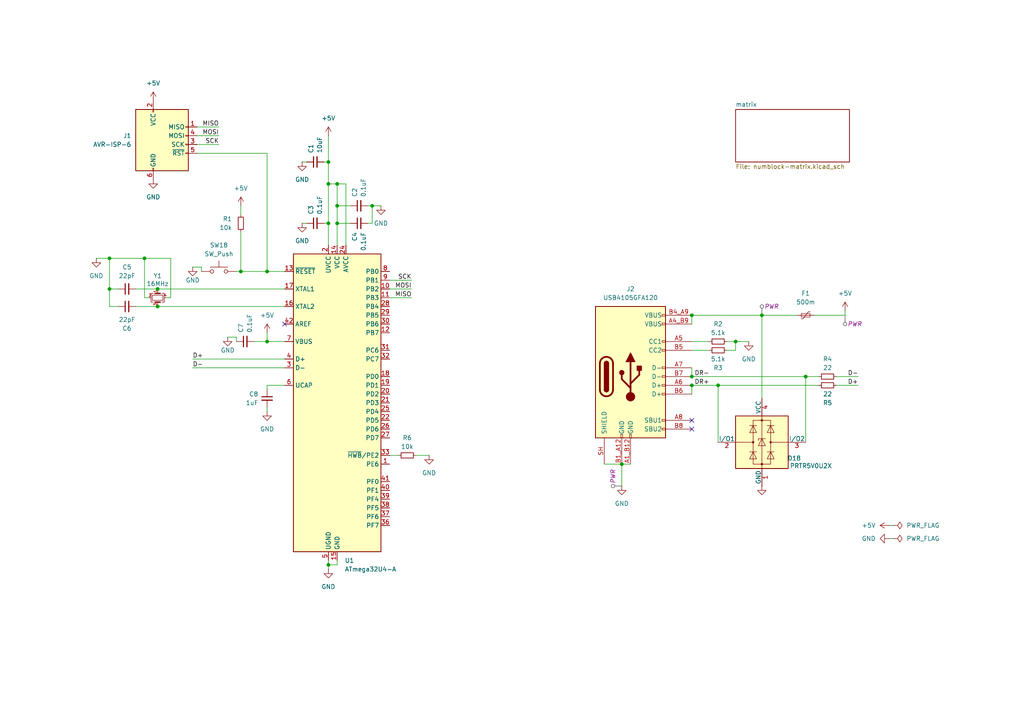
<source format=kicad_sch>
(kicad_sch (version 20231120) (generator "eeschema") (generator_version "8.0")
  (paper "A4")
  (lib_symbols
    (symbol "Connector:AVR-ISP-6" (pin_names (offset 1.016))
      (property "Reference" "J" (at -6.35 11.43 0))
      (property "Value" "AVR-ISP-6" (at 0 11.43 0))
      (symbol "AVR-ISP-6_0_1"
        (rectangle (start -2.667 -6.858) (end -2.413 -7.62))
        (rectangle (start -2.667 10.16) (end -2.413 9.398))
        (rectangle (start 7.62 -2.413) (end 6.858 -2.667))
        (rectangle (start 7.62 0.127) (end 6.858 -0.127))
        (rectangle (start 7.62 2.667) (end 6.858 2.413))
        (rectangle (start 7.62 5.207) (end 6.858 4.953))
        (rectangle (start 7.62 10.16) (end -7.62 -7.62) (stroke (width 0.254)) (fill (type background)))
      )
      (symbol "AVR-ISP-6_1_1"
        (pin passive line (at 10.16 5.08 180) (length 2.54) (name "MISO") (number "1"))
        (pin passive line (at -2.54 12.7 270) (length 2.54) (name "VCC") (number "2"))
        (pin passive line (at 10.16 0 180) (length 2.54) (name "SCK") (number "3"))
        (pin passive line (at 10.16 2.54 180) (length 2.54) (name "MOSI") (number "4"))
        (pin passive line (at 10.16 -2.54 180) (length 2.54) (name "~{RST}") (number "5"))
        (pin passive line (at -2.54 -10.16 90) (length 2.54) (name "GND") (number "6"))
      )
    )
    (symbol "Device:C_Small" (pin_numbers hide) (pin_names (offset 0.254) hide)
      (property "Reference" "C" (at 0.254 1.778 0))
      (property "Value" "C_Small" (at 0.254 -2.032 0))
      (symbol "C_Small_0_1"
        (polyline (pts (xy -1.524 -0.508) (xy 1.524 -0.508)) (stroke (width 0.3302)))
        (polyline (pts (xy -1.524 0.508) (xy 1.524 0.508)) (stroke (width 0.3048)))
      )
      (symbol "C_Small_1_1"
        (pin passive line (at 0 2.54 270) (length 2.032) (name "~") (number "1"))
        (pin passive line (at 0 -2.54 90) (length 2.032) (name "~") (number "2"))
      )
    )
    (symbol "Device:Crystal_GND24_Small" (pin_names (offset 1.016) hide)
      (property "Reference" "Y" (at 1.27 4.445 0))
      (property "Value" "Crystal_GND24_Small" (at 1.27 2.54 0))
      (symbol "Crystal_GND24_Small_0_1"
        (rectangle (start -0.762 -1.524) (end 0.762 1.524))
        (polyline (pts (xy -1.27 -0.762) (xy -1.27 0.762)) (stroke (width 0.381)))
        (polyline (pts (xy 1.27 -0.762) (xy 1.27 0.762)) (stroke (width 0.381)))
        (polyline (pts (xy -1.27 -1.27) (xy -1.27 -1.905) (xy 1.27 -1.905) (xy 1.27 -1.27)))
        (polyline (pts (xy -1.27 1.27) (xy -1.27 1.905) (xy 1.27 1.905) (xy 1.27 1.27)))
      )
      (symbol "Crystal_GND24_Small_1_1"
        (pin passive line (at -2.54 0 0) (length 1.27) (name "1") (number "1"))
        (pin passive line (at 0 -2.54 90) (length 0.635) (name "2") (number "2"))
        (pin passive line (at 2.54 0 180) (length 1.27) (name "3") (number "3"))
        (pin passive line (at 0 2.54 270) (length 0.635) (name "4") (number "4"))
      )
    )
    (symbol "Device:Polyfuse_Small" (pin_numbers hide) (pin_names (offset 0))
      (property "Reference" "F" (at -1.905 0 90))
      (property "Value" "Polyfuse_Small" (at 1.905 0 90))
      (symbol "Polyfuse_Small_0_1"
        (rectangle (start -0.508 1.27) (end 0.508 -1.27))
        (polyline (pts (xy 0 2.54) (xy 0 -2.54)))
        (polyline (pts (xy -1.016 1.27) (xy -1.016 0.762) (xy 1.016 -0.762) (xy 1.016 -1.27)))
      )
      (symbol "Polyfuse_Small_1_1"
        (pin passive line (at 0 2.54 270) (length 0.635) (name "~") (number "1"))
        (pin passive line (at 0 -2.54 90) (length 0.635) (name "~") (number "2"))
      )
    )
    (symbol "Device:R_Small" (pin_numbers hide) (pin_names (offset 0.254) hide)
      (property "Reference" "R" (at 0.762 0.508 0))
      (property "Value" "R_Small" (at 0.762 -1.016 0))
      (symbol "R_Small_0_1"
        (rectangle (start -0.762 1.778) (end 0.762 -1.778) (stroke (width 0.2032)))
      )
      (symbol "R_Small_1_1"
        (pin passive line (at 0 2.54 270) (length 0.762) (name "~") (number "1"))
        (pin passive line (at 0 -2.54 90) (length 0.762) (name "~") (number "2"))
      )
    )
    (symbol "MCU_Microchip_ATmega:ATmega32U4-A"
      (property "Reference" "U" (at -12.7 44.45 0))
      (property "Value" "ATmega32U4-A" (at 2.54 -44.45 0))
      (symbol "ATmega32U4-A_0_1"
        (rectangle (start -12.7 -43.18) (end 12.7 43.18) (stroke (width 0.254)) (fill (type background)))
      )
      (symbol "ATmega32U4-A_1_1"
        (pin bidirectional line (at 15.24 -17.78 180) (length 2.54) (name "PE6") (number "1"))
        (pin bidirectional line (at 15.24 33.02 180) (length 2.54) (name "PB2") (number "10"))
        (pin bidirectional line (at 15.24 30.48 180) (length 2.54) (name "PB3") (number "11"))
        (pin bidirectional line (at 15.24 20.32 180) (length 2.54) (name "PB7") (number "12"))
        (pin input line (at -15.24 38.1 0) (length 2.54) (name "~{RESET}") (number "13"))
        (pin power_in line (at 0 45.72 270) (length 2.54) (name "VCC") (number "14"))
        (pin power_in line (at 0 -45.72 90) (length 2.54) (name "GND") (number "15"))
        (pin output line (at -15.24 27.94 0) (length 2.54) (name "XTAL2") (number "16"))
        (pin input line (at -15.24 33.02 0) (length 2.54) (name "XTAL1") (number "17"))
        (pin bidirectional line (at 15.24 7.62 180) (length 2.54) (name "PD0") (number "18"))
        (pin bidirectional line (at 15.24 5.08 180) (length 2.54) (name "PD1") (number "19"))
        (pin power_in line (at -2.54 45.72 270) (length 2.54) (name "UVCC") (number "2"))
        (pin bidirectional line (at 15.24 2.54 180) (length 2.54) (name "PD2") (number "20"))
        (pin bidirectional line (at 15.24 0 180) (length 2.54) (name "PD3") (number "21"))
        (pin bidirectional line (at 15.24 -5.08 180) (length 2.54) (name "PD5") (number "22"))
        (pin passive line (at 0 -45.72 90) (length 2.54) hide (name "GND") (number "23"))
        (pin power_in line (at 2.54 45.72 270) (length 2.54) (name "AVCC") (number "24"))
        (pin bidirectional line (at 15.24 -2.54 180) (length 2.54) (name "PD4") (number "25"))
        (pin bidirectional line (at 15.24 -7.62 180) (length 2.54) (name "PD6") (number "26"))
        (pin bidirectional line (at 15.24 -10.16 180) (length 2.54) (name "PD7") (number "27"))
        (pin bidirectional line (at 15.24 27.94 180) (length 2.54) (name "PB4") (number "28"))
        (pin bidirectional line (at 15.24 25.4 180) (length 2.54) (name "PB5") (number "29"))
        (pin bidirectional line (at -15.24 10.16 0) (length 2.54) (name "D-") (number "3"))
        (pin bidirectional line (at 15.24 22.86 180) (length 2.54) (name "PB6") (number "30"))
        (pin bidirectional line (at 15.24 15.24 180) (length 2.54) (name "PC6") (number "31"))
        (pin bidirectional line (at 15.24 12.7 180) (length 2.54) (name "PC7") (number "32"))
        (pin bidirectional line (at 15.24 -15.24 180) (length 2.54) (name "~{HWB}/PE2") (number "33"))
        (pin passive line (at 0 45.72 270) (length 2.54) hide (name "VCC") (number "34"))
        (pin passive line (at 0 -45.72 90) (length 2.54) hide (name "GND") (number "35"))
        (pin bidirectional line (at 15.24 -35.56 180) (length 2.54) (name "PF7") (number "36"))
        (pin bidirectional line (at 15.24 -33.02 180) (length 2.54) (name "PF6") (number "37"))
        (pin bidirectional line (at 15.24 -30.48 180) (length 2.54) (name "PF5") (number "38"))
        (pin bidirectional line (at 15.24 -27.94 180) (length 2.54) (name "PF4") (number "39"))
        (pin bidirectional line (at -15.24 12.7 0) (length 2.54) (name "D+") (number "4"))
        (pin bidirectional line (at 15.24 -25.4 180) (length 2.54) (name "PF1") (number "40"))
        (pin bidirectional line (at 15.24 -22.86 180) (length 2.54) (name "PF0") (number "41"))
        (pin passive line (at -15.24 22.86 0) (length 2.54) (name "AREF") (number "42"))
        (pin passive line (at 0 -45.72 90) (length 2.54) hide (name "GND") (number "43"))
        (pin passive line (at 2.54 45.72 270) (length 2.54) hide (name "AVCC") (number "44"))
        (pin passive line (at -2.54 -45.72 90) (length 2.54) (name "UGND") (number "5"))
        (pin passive line (at -15.24 5.08 0) (length 2.54) (name "UCAP") (number "6"))
        (pin input line (at -15.24 17.78 0) (length 2.54) (name "VBUS") (number "7"))
        (pin bidirectional line (at 15.24 38.1 180) (length 2.54) (name "PB0") (number "8"))
        (pin bidirectional line (at 15.24 35.56 180) (length 2.54) (name "PB1") (number "9"))
      )
    )
    (symbol "Power_Protection:PRTR5V0U2X" (pin_names (offset 0))
      (property "Reference" "D" (at 2.794 8.636 0))
      (property "Value" "PRTR5V0U2X" (at 8.128 -9.398 0))
      (symbol "PRTR5V0U2X_0_1"
        (rectangle (start -7.62 -7.62) (end 7.62 7.62) (stroke (width 0.254)) (fill (type background)))
        (circle (center -2.54 0) (radius 0.254) (fill (type outline)))
        (rectangle (start -2.54 6.35) (end 2.54 -6.35))
        (circle (center 0 -6.35) (radius 0.254) (fill (type outline)))
        (polyline (pts (xy -2.54 0) (xy -7.62 0)))
        (polyline (pts (xy -1.524 -2.794) (xy -3.556 -2.794)))
        (polyline (pts (xy -1.524 4.826) (xy -3.556 4.826)))
        (polyline (pts (xy 0 -7.62) (xy 0 7.62)))
        (polyline (pts (xy 1.524 -2.794) (xy 3.556 -2.794)))
        (polyline (pts (xy 1.524 4.826) (xy 3.556 4.826)))
        (polyline (pts (xy 2.54 0) (xy 7.62 0)))
        (polyline (pts (xy 1.016 1.016) (xy -1.016 1.016) (xy -1.016 0.508)))
        (polyline (pts (xy -3.556 -4.826) (xy -1.524 -4.826) (xy -2.54 -2.794) (xy -3.556 -4.826)))
        (polyline (pts (xy -3.556 2.794) (xy -1.524 2.794) (xy -2.54 4.826) (xy -3.556 2.794)))
        (polyline (pts (xy -1.016 -1.016) (xy 1.016 -1.016) (xy 0 1.016) (xy -1.016 -1.016)))
        (polyline (pts (xy 3.556 -4.826) (xy 1.524 -4.826) (xy 2.54 -2.794) (xy 3.556 -4.826)))
        (polyline (pts (xy 3.556 2.794) (xy 1.524 2.794) (xy 2.54 4.826) (xy 3.556 2.794)))
        (circle (center 0 6.35) (radius 0.254) (fill (type outline)))
        (circle (center 2.54 0) (radius 0.254) (fill (type outline)))
      )
      (symbol "PRTR5V0U2X_1_1"
        (pin passive line (at 0 -12.7 90) (length 5.08) (name "GND") (number "1"))
        (pin passive line (at -12.7 0 0) (length 5.08) (name "I/O1") (number "2"))
        (pin passive line (at 12.7 0 180) (length 5.08) (name "I/O2") (number "3"))
        (pin passive line (at 0 12.7 270) (length 5.08) (name "VCC") (number "4"))
      )
    )
    (symbol "Switch:SW_Push" (pin_numbers hide) (pin_names (offset 1.016) hide)
      (property "Reference" "SW" (at 1.27 2.54 0))
      (property "Value" "SW_Push" (at 0 -1.524 0))
      (symbol "SW_Push_0_1"
        (circle (center -2.032 0) (radius 0.508))
        (polyline (pts (xy 0 1.27) (xy 0 3.048)))
        (polyline (pts (xy 2.54 1.27) (xy -2.54 1.27)))
        (circle (center 2.032 0) (radius 0.508))
        (pin passive line (at -5.08 0 0) (length 2.54) (name "1") (number "1"))
        (pin passive line (at 5.08 0 180) (length 2.54) (name "2") (number "2"))
      )
    )
    (symbol "kbd_custom:USB_C_Receptacle_USB2.0_16P" (pin_names (offset 1.016))
      (property "Reference" "J" (at 0 24.638 0))
      (property "Value" "USB4105GFA120" (at 0 22.098 0))
      (symbol "USB_C_Receptacle_USB2.0_16P_0_0"
        (rectangle (start -2.286 -17.78) (end -2.794 -16.764))
        (rectangle (start 0.254 -17.78) (end -0.254 -16.764))
        (rectangle (start 10.16 -14.986) (end 9.144 -15.494))
        (rectangle (start 10.16 -12.446) (end 9.144 -12.954))
        (rectangle (start 10.16 -4.826) (end 9.144 -5.334))
        (rectangle (start 10.16 -2.286) (end 9.144 -2.794))
        (rectangle (start 10.16 0.254) (end 9.144 -0.254))
        (rectangle (start 10.16 2.794) (end 9.144 2.286))
        (rectangle (start 10.16 7.874) (end 9.144 7.366))
        (rectangle (start 10.16 10.414) (end 9.144 9.906))
        (rectangle (start 10.16 15.494) (end 9.144 14.986))
        (rectangle (start 10.16 18.034) (end 9.144 17.526))
      )
      (symbol "USB_C_Receptacle_USB2.0_16P_0_1"
        (rectangle (start -10.16 20.32) (end 10.16 -17.78) (stroke (width 0.254)) (fill (type background)))
        (arc (start -8.89 -3.81) (mid -6.985 -5.7067) (end -5.08 -3.81) (stroke (width 0.508)))
        (arc (start -7.62 -3.81) (mid -6.985 -4.4423) (end -6.35 -3.81) (stroke (width 0.254)))
        (arc (start -7.62 -3.81) (mid -6.985 -4.4423) (end -6.35 -3.81) (stroke (width 0.254)) (fill (type outline)))
        (rectangle (start -7.62 -3.81) (end -6.35 3.81) (stroke (width 0.254)) (fill (type outline)))
        (arc (start -6.35 3.81) (mid -6.985 4.4423) (end -7.62 3.81) (stroke (width 0.254)))
        (arc (start -6.35 3.81) (mid -6.985 4.4423) (end -7.62 3.81) (stroke (width 0.254)) (fill (type outline)))
        (arc (start -5.08 3.81) (mid -6.985 5.7067) (end -8.89 3.81) (stroke (width 0.508)))
        (circle (center -2.54 1.143) (radius 0.635) (stroke (width 0.254)) (fill (type outline)))
        (circle (center 0 -5.842) (radius 1.27) (fill (type outline)))
        (polyline (pts (xy -8.89 -3.81) (xy -8.89 3.81)) (stroke (width 0.508)))
        (polyline (pts (xy -5.08 3.81) (xy -5.08 -3.81)) (stroke (width 0.508)))
        (polyline (pts (xy 0 -5.842) (xy 0 4.318)) (stroke (width 0.508)))
        (polyline (pts (xy 0 -3.302) (xy -2.54 -0.762) (xy -2.54 0.508)) (stroke (width 0.508)))
        (polyline (pts (xy 0 -2.032) (xy 2.54 0.508) (xy 2.54 1.778)) (stroke (width 0.508)))
        (polyline (pts (xy -1.27 4.318) (xy 0 6.858) (xy 1.27 4.318) (xy -1.27 4.318)) (stroke (width 0.254)) (fill (type outline)))
        (rectangle (start 1.905 1.778) (end 3.175 3.048) (stroke (width 0.254)) (fill (type outline)))
      )
      (symbol "USB_C_Receptacle_USB2.0_16P_1_1"
        (pin passive line (at 0 -25.4 90) (length 7.62) (name "GND") (number "A1_B12"))
        (pin passive line (at 17.78 15.24 180) (length 7.62) (name "VBUS") (number "A4_B9"))
        (pin bidirectional line (at 17.78 10.16 180) (length 7.62) (name "CC1") (number "A5"))
        (pin bidirectional line (at 17.78 -2.54 180) (length 7.62) (name "D+") (number "A6"))
        (pin bidirectional line (at 17.78 2.54 180) (length 7.62) (name "D-") (number "A7"))
        (pin bidirectional line (at 17.78 -12.7 180) (length 7.62) (name "SBU1") (number "A8"))
        (pin passive line (at -2.54 -25.4 90) (length 7.62) (name "GND") (number "B1_A12"))
        (pin passive line (at 17.78 17.78 180) (length 7.62) (name "VBUS") (number "B4_A9"))
        (pin bidirectional line (at 17.78 7.62 180) (length 7.62) (name "CC2") (number "B5"))
        (pin bidirectional line (at 17.78 -5.08 180) (length 7.62) (name "D+") (number "B6"))
        (pin bidirectional line (at 17.78 0 180) (length 7.62) (name "D-") (number "B7"))
        (pin bidirectional line (at 17.78 -15.24 180) (length 7.62) (name "SBU2") (number "B8"))
        (pin passive line (at -7.62 -25.4 90) (length 7.62) (name "SHIELD") (number "SH"))
      )
    )
    (symbol "power:+5V" (power) (pin_numbers hide) (pin_names (offset 0) hide)
      (property "Value" "+5V" (at 0 3.556 0))
      (symbol "+5V_0_1"
        (polyline (pts (xy -0.762 1.27) (xy 0 2.54)))
        (polyline (pts (xy 0 0) (xy 0 2.54)))
        (polyline (pts (xy 0 2.54) (xy 0.762 1.27)))
      )
      (symbol "+5V_1_1"
        (pin power_in line (at 0 0 90) (length 0) (name "~") (number "1"))
      )
    )
    (symbol "power:GND" (power) (pin_numbers hide) (pin_names (offset 0) hide)
      (property "Value" "GND" (at 0 -3.81 0))
      (symbol "GND_0_1"
        (polyline (pts (xy 0 0) (xy 0 -1.27) (xy 1.27 -1.27) (xy 0 -2.54) (xy -1.27 -1.27) (xy 0 -1.27)))
      )
      (symbol "GND_1_1"
        (pin power_in line (at 0 0 270) (length 0) (name "~") (number "1"))
      )
    )
    (symbol "power:PWR_FLAG" (power) (pin_numbers hide) (pin_names (offset 0) hide)
      (property "Value" "PWR_FLAG" (at 0 3.81 0))
      (symbol "PWR_FLAG_0_0"
        (pin power_out line (at 0 0 90) (length 0) (name "~") (number "1"))
      )
      (symbol "PWR_FLAG_0_1"
        (polyline (pts (xy 0 0) (xy 0 1.27) (xy -1.016 1.905) (xy 0 2.54) (xy 1.016 1.905) (xy 0 1.27)))
      )
    )
  )
  (junction (at 95.25 163.83))
  (junction (at 45.72 83.82))
  (junction (at 77.47 78.74))
  (junction (at 97.79 59.69))
  (junction (at 95.25 46.99))
  (junction (at 180.34 134.62))
  (junction (at 95.25 53.34))
  (junction (at 200.66 109.22))
  (junction (at 220.98 91.44))
  (junction (at 107.95 59.69))
  (junction (at 233.68 109.22))
  (junction (at 95.25 64.77))
  (junction (at 45.72 88.9))
  (junction (at 69.85 78.74))
  (junction (at 200.66 91.44))
  (junction (at 97.79 64.77))
  (junction (at 31.75 74.93))
  (junction (at 200.66 111.76))
  (junction (at 41.91 74.93))
  (junction (at 213.36 99.06))
  (junction (at 97.79 53.34))
  (junction (at 208.28 111.76))
  (junction (at 77.47 99.06))
  (junction (at 31.75 83.82))
  (no_connect (at 82.55 93.98))
  (no_connect (at 200.66 124.46))
  (no_connect (at 200.66 121.92))
  (wire (pts (xy 95.25 39.37) (xy 95.25 46.99)))
  (wire (pts (xy 57.15 44.45) (xy 77.47 44.45)))
  (wire (pts (xy 97.79 59.69) (xy 97.79 64.77)))
  (wire (pts (xy 69.85 67.31) (xy 69.85 78.74)))
  (wire (pts (xy 97.79 64.77) (xy 101.6 64.77)))
  (wire (pts (xy 210.82 99.06) (xy 213.36 99.06)))
  (wire (pts (xy 55.88 106.68) (xy 82.55 106.68)))
  (wire (pts (xy 31.75 88.9) (xy 31.75 83.82)))
  (wire (pts (xy 95.25 64.77) (xy 95.25 71.12)))
  (wire (pts (xy 236.22 91.44) (xy 245.11 91.44)))
  (wire (pts (xy 208.28 111.76) (xy 208.28 128.27)))
  (wire (pts (xy 257.81 152.4) (xy 259.08 152.4)))
  (wire (pts (xy 233.68 109.22) (xy 237.49 109.22)))
  (wire (pts (xy 97.79 64.77) (xy 97.79 71.12)))
  (wire (pts (xy 200.66 111.76) (xy 200.66 114.3)))
  (wire (pts (xy 95.25 46.99) (xy 95.25 53.34)))
  (wire (pts (xy 82.55 111.76) (xy 77.47 111.76)))
  (wire (pts (xy 200.66 101.6) (xy 205.74 101.6)))
  (wire (pts (xy 200.66 91.44) (xy 200.66 93.98)))
  (wire (pts (xy 175.26 134.62) (xy 180.34 134.62)))
  (wire (pts (xy 95.25 53.34) (xy 95.25 64.77)))
  (wire (pts (xy 97.79 59.69) (xy 101.6 59.69)))
  (wire (pts (xy 97.79 163.83) (xy 95.25 163.83)))
  (wire (pts (xy 107.95 59.69) (xy 107.95 64.77)))
  (wire (pts (xy 77.47 111.76) (xy 77.47 113.03)))
  (wire (pts (xy 77.47 96.52) (xy 77.47 99.06)))
  (wire (pts (xy 180.34 134.62) (xy 182.88 134.62)))
  (wire (pts (xy 39.37 83.82) (xy 45.72 83.82)))
  (wire (pts (xy 100.33 71.12) (xy 100.33 53.34)))
  (wire (pts (xy 77.47 78.74) (xy 82.55 78.74)))
  (wire (pts (xy 107.95 59.69) (xy 110.49 59.69)))
  (wire (pts (xy 45.72 88.9) (xy 82.55 88.9)))
  (wire (pts (xy 93.98 64.77) (xy 95.25 64.77)))
  (wire (pts (xy 55.88 104.14) (xy 82.55 104.14)))
  (wire (pts (xy 200.66 99.06) (xy 205.74 99.06)))
  (wire (pts (xy 213.36 99.06) (xy 213.36 101.6)))
  (wire (pts (xy 97.79 53.34) (xy 97.79 59.69)))
  (wire (pts (xy 66.04 97.79) (xy 68.58 97.79)))
  (wire (pts (xy 200.66 111.76) (xy 208.28 111.76)))
  (wire (pts (xy 77.47 118.11) (xy 77.47 119.38)))
  (wire (pts (xy 200.66 91.44) (xy 220.98 91.44)))
  (wire (pts (xy 95.25 163.83) (xy 95.25 162.56)))
  (wire (pts (xy 49.53 86.36) (xy 48.26 86.36)))
  (wire (pts (xy 34.29 88.9) (xy 31.75 88.9)))
  (wire (pts (xy 120.65 132.08) (xy 124.46 132.08)))
  (wire (pts (xy 73.66 99.06) (xy 77.47 99.06)))
  (wire (pts (xy 180.34 134.62) (xy 180.34 140.97)))
  (wire (pts (xy 69.85 78.74) (xy 68.58 78.74)))
  (wire (pts (xy 43.18 86.36) (xy 41.91 86.36)))
  (wire (pts (xy 95.25 163.83) (xy 95.25 165.1)))
  (wire (pts (xy 63.5 36.83) (xy 57.15 36.83)))
  (wire (pts (xy 69.85 78.74) (xy 77.47 78.74)))
  (wire (pts (xy 245.11 91.44) (xy 245.11 90.17)))
  (wire (pts (xy 49.53 86.36) (xy 49.53 74.93)))
  (wire (pts (xy 97.79 53.34) (xy 95.25 53.34)))
  (wire (pts (xy 41.91 74.93) (xy 49.53 74.93)))
  (wire (pts (xy 63.5 41.91) (xy 57.15 41.91)))
  (wire (pts (xy 119.38 86.36) (xy 113.03 86.36)))
  (wire (pts (xy 63.5 39.37) (xy 57.15 39.37)))
  (wire (pts (xy 31.75 83.82) (xy 31.75 74.93)))
  (wire (pts (xy 220.98 91.44) (xy 231.14 91.44)))
  (wire (pts (xy 69.85 59.69) (xy 69.85 62.23)))
  (wire (pts (xy 106.68 59.69) (xy 107.95 59.69)))
  (wire (pts (xy 200.66 106.68) (xy 200.66 109.22)))
  (wire (pts (xy 220.98 91.44) (xy 220.98 115.57)))
  (wire (pts (xy 119.38 81.28) (xy 113.03 81.28)))
  (wire (pts (xy 100.33 53.34) (xy 97.79 53.34)))
  (wire (pts (xy 213.36 101.6) (xy 210.82 101.6)))
  (wire (pts (xy 242.57 109.22) (xy 248.92 109.22)))
  (wire (pts (xy 257.81 156.21) (xy 259.08 156.21)))
  (wire (pts (xy 34.29 83.82) (xy 31.75 83.82)))
  (wire (pts (xy 233.68 109.22) (xy 233.68 128.27)))
  (wire (pts (xy 106.68 64.77) (xy 107.95 64.77)))
  (wire (pts (xy 93.98 46.99) (xy 95.25 46.99)))
  (wire (pts (xy 213.36 99.06) (xy 217.17 99.06)))
  (wire (pts (xy 31.75 74.93) (xy 41.91 74.93)))
  (wire (pts (xy 87.63 64.77) (xy 88.9 64.77)))
  (wire (pts (xy 77.47 44.45) (xy 77.47 78.74)))
  (wire (pts (xy 242.57 111.76) (xy 248.92 111.76)))
  (wire (pts (xy 119.38 83.82) (xy 113.03 83.82)))
  (wire (pts (xy 200.66 109.22) (xy 233.68 109.22)))
  (wire (pts (xy 45.72 83.82) (xy 82.55 83.82)))
  (wire (pts (xy 55.88 77.47) (xy 58.42 77.47)))
  (wire (pts (xy 68.58 97.79) (xy 68.58 99.06)))
  (wire (pts (xy 82.55 99.06) (xy 77.47 99.06)))
  (wire (pts (xy 58.42 77.47) (xy 58.42 78.74)))
  (wire (pts (xy 41.91 74.93) (xy 41.91 86.36)))
  (wire (pts (xy 113.03 132.08) (xy 115.57 132.08)))
  (wire (pts (xy 208.28 111.76) (xy 237.49 111.76)))
  (wire (pts (xy 97.79 162.56) (xy 97.79 163.83)))
  (wire (pts (xy 87.63 46.99) (xy 88.9 46.99)))
  (wire (pts (xy 27.94 74.93) (xy 31.75 74.93)))
  (wire (pts (xy 39.37 88.9) (xy 45.72 88.9)))
  (label "D-" (at 248.92 109.22 180))
  (label "SCK" (at 63.5 41.91 180))
  (label "D+" (at 55.88 104.14 0))
  (label "SCK" (at 119.38 81.28 180))
  (label "MOSI" (at 63.5 39.37 180))
  (label "DR+" (at 205.74 111.76 180))
  (label "MISO" (at 63.5 36.83 180))
  (label "D+" (at 248.92 111.76 180))
  (label "MISO" (at 119.38 86.36 180))
  (label "DR-" (at 205.74 109.22 180))
  (label "MOSI" (at 119.38 83.82 180))
  (label "D-" (at 55.88 106.68 0))
  (netclass_flag "" (length 2.54) (shape round) (at 180.34 140.97 90) (property "Netclass" "PWR" (at 177.8 140.2715 90) (effects (font (italic yes)) (justify left))))
  (netclass_flag "" (length 2.54) (shape round) (at 220.98 91.44 0) (property "Netclass" "PWR" (at 221.6785 88.9 0) (effects (font (italic yes)) (justify left))))
  (netclass_flag "" (length 2.54) (shape round) (at 245.11 91.44 180) (property "Netclass" "PWR" (at 245.8085 93.98 0) (effects (font (italic yes)) (justify left))))
  (symbol (lib_id "Device:C_Small") (at 91.44 64.77 90) (mirror x) (unit 1)
    (property "Reference" "C3" (at 90.1762 62.23 0) (effects (justify right)))
    (property "Value" "0.1uF" (at 92.7162 62.23 0) (effects (justify right)))
    (property "Footprint" "Capacitor_SMD:C_0805_2012Metric_Pad1.18x1.45mm_HandSolder" (effects (hide yes)))
    (property "Description" "Unpolarized capacitor, small symbol" (effects (hide yes)))
  )
  (symbol (lib_id "power:+5V") (at 77.47 96.52 0) (unit 1)
    (property "Reference" "#PWR011" (effects (hide yes)))
    (property "Value" "+5V" (at 77.47 91.44 0))
    (property "Description" "Power symbol creates a global label with name \"+5V\"" (effects (hide yes)))
  )
  (symbol (lib_id "Device:R_Small") (at 208.28 101.6 270) (unit 1)
    (property "Reference" "R3" (at 208.28 106.68 90))
    (property "Value" "5.1k" (at 208.28 104.14 90))
    (property "Footprint" "Resistor_SMD:R_0805_2012Metric_Pad1.20x1.40mm_HandSolder" (effects (hide yes)))
    (property "Description" "Resistor, small symbol" (effects (hide yes)))
  )
  (symbol (lib_id "Device:C_Small") (at 104.14 59.69 90) (mirror x) (unit 1)
    (property "Reference" "C2" (at 102.8762 57.15 0) (effects (justify right)))
    (property "Value" "0.1uF" (at 105.4162 57.15 0) (effects (justify right)))
    (property "Footprint" "Capacitor_SMD:C_0805_2012Metric_Pad1.18x1.45mm_HandSolder" (effects (hide yes)))
    (property "Description" "Unpolarized capacitor, small symbol" (effects (hide yes)))
  )
  (symbol (lib_id "power:GND") (at 55.88 77.47 0) (unit 1)
    (property "Reference" "#PWR09" (effects (hide yes)))
    (property "Value" "GND" (at 55.88 81.28 0))
    (property "Description" "Power symbol creates a global label with name \"GND\" , ground" (effects (hide yes)))
  )
  (symbol (lib_id "power:GND") (at 124.46 132.08 0) (unit 1)
    (property "Reference" "#PWR015" (effects (hide yes)))
    (property "Value" "GND" (at 124.46 137.16 0))
    (property "Description" "Power symbol creates a global label with name \"GND\" , ground" (effects (hide yes)))
  )
  (symbol (lib_id "power:GND") (at 87.63 46.99 0) (unit 1)
    (property "Reference" "#PWR03" (effects (hide yes)))
    (property "Value" "GND" (at 87.63 52.07 0))
    (property "Description" "Power symbol creates a global label with name \"GND\" , ground" (effects (hide yes)))
  )
  (symbol (lib_id "Device:Crystal_GND24_Small") (at 45.72 86.36 270) (unit 1)
    (property "Reference" "Y1" (at 45.72 80.01 90))
    (property "Value" "16MHz" (at 45.72 82.296 90))
    (property "Footprint" "Crystal:Crystal_SMD_3225-4Pin_3.2x2.5mm_HandSoldering" (effects (hide yes)))
    (property "Description" "Four pin crystal, GND on pins 2 and 4, small symbol" (effects (hide yes)))
  )
  (symbol (lib_id "power:GND") (at 180.34 140.97 0) (unit 1)
    (property "Reference" "#PWR016" (effects (hide yes)))
    (property "Value" "GND" (at 180.34 146.05 0))
    (property "Description" "Power symbol creates a global label with name \"GND\" , ground" (effects (hide yes)))
  )
  (symbol (lib_id "Device:C_Small") (at 77.47 115.57 0) (unit 1)
    (property "Reference" "C8" (at 74.93 114.3062 0) (effects (justify right)))
    (property "Value" "1uF" (at 74.93 116.8462 0) (effects (justify right)))
    (property "Footprint" "Capacitor_SMD:C_0805_2012Metric_Pad1.18x1.45mm_HandSolder" (effects (hide yes)))
    (property "Description" "Unpolarized capacitor, small symbol" (effects (hide yes)))
  )
  (symbol (lib_id "Device:Polyfuse_Small") (at 233.68 91.44 90) (unit 1)
    (property "Reference" "F1" (at 233.68 85.09 90))
    (property "Value" "500m" (at 233.68 87.63 90))
    (property "Footprint" "Fuse:Fuse_1206_3216Metric_Pad1.42x1.75mm_HandSolder" (effects (hide yes)))
    (property "Description" "Resettable fuse, polymeric positive temperature coefficient, small symbol" (effects (hide yes)))
  )
  (symbol (lib_id "power:GND") (at 95.25 165.1 0) (unit 1)
    (property "Reference" "#PWR020" (effects (hide yes)))
    (property "Value" "GND" (at 95.25 170.18 0))
    (property "Description" "Power symbol creates a global label with name \"GND\" , ground" (effects (hide yes)))
  )
  (symbol (lib_id "Power_Protection:PRTR5V0U2X") (at 220.98 128.27 0) (unit 1)
    (property "Reference" "D18" (at 230.378 132.9122 0))
    (property "Value" "PRTR5V0U2X" (at 235.204 135.128 0))
    (property "Footprint" "Package_TO_SOT_SMD:SOT-143" (effects (hide yes)))
    (property "Datasheet" "https://assets.nexperia.com/documents/data-sheet/PRTR5V0U2X.pdf" (effects (hide yes)))
    (property "Description" "Ultra low capacitance double rail-to-rail ESD protection diode, SOT-143" (effects (hide yes)))
  )
  (symbol (lib_id "Device:R_Small") (at 69.85 64.77 0) (mirror y) (unit 1)
    (property "Reference" "R1" (at 67.31 63.4999 0) (effects (justify left)))
    (property "Value" "10k" (at 67.31 66.0399 0) (effects (justify left)))
    (property "Footprint" "Resistor_SMD:R_0805_2012Metric_Pad1.20x1.40mm_HandSolder" (effects (hide yes)))
    (property "Description" "Resistor, small symbol" (effects (hide yes)))
  )
  (symbol (lib_id "power:+5V") (at 95.25 39.37 0) (unit 1)
    (property "Reference" "#PWR02" (effects (hide yes)))
    (property "Value" "+5V" (at 95.25 34.29 0))
    (property "Description" "Power symbol creates a global label with name \"+5V\"" (effects (hide yes)))
  )
  (symbol (lib_id "Device:C_Small") (at 91.44 46.99 90) (mirror x) (unit 1)
    (property "Reference" "C1" (at 90.1762 44.45 0) (effects (justify right)))
    (property "Value" "10uF" (at 92.7162 44.45 0) (effects (justify right)))
    (property "Footprint" "Capacitor_SMD:C_0805_2012Metric_Pad1.18x1.45mm_HandSolder" (effects (hide yes)))
    (property "Description" "Unpolarized capacitor, small symbol" (effects (hide yes)))
  )
  (symbol (lib_id "Switch:SW_Push") (at 63.5 78.74 0) (unit 1)
    (property "Reference" "SW18" (at 63.5 71.12 0))
    (property "Value" "SW_Push" (at 63.5 73.66 0))
    (property "Footprint" "Button_Switch_SMD:SW_SPST_SKQG_WithStem" (effects (hide yes)))
    (property "Description" "Push button switch, generic, two pins" (effects (hide yes)))
  )
  (symbol (lib_id "power:GND") (at 66.04 97.79 0) (unit 1)
    (property "Reference" "#PWR012" (effects (hide yes)))
    (property "Value" "GND" (at 66.04 101.6 0))
    (property "Description" "Power symbol creates a global label with name \"GND\" , ground" (effects (hide yes)))
  )
  (symbol (lib_id "power:GND") (at 27.94 74.93 0) (unit 1)
    (property "Reference" "#PWR08" (effects (hide yes)))
    (property "Value" "GND" (at 27.94 80.01 0))
    (property "Description" "Power symbol creates a global label with name \"GND\" , ground" (effects (hide yes)))
  )
  (symbol (lib_id "Device:C_Small") (at 36.83 88.9 90) (mirror x) (unit 1)
    (property "Reference" "C6" (at 36.8363 95.25 90))
    (property "Value" "22pF" (at 36.8363 92.71 90))
    (property "Footprint" "Capacitor_SMD:C_0805_2012Metric_Pad1.18x1.45mm_HandSolder" (effects (hide yes)))
    (property "Description" "Unpolarized capacitor, small symbol" (effects (hide yes)))
  )
  (symbol (lib_id "power:GND") (at 257.81 156.21 270) (unit 1)
    (property "Reference" "#PWR019" (effects (hide yes)))
    (property "Value" "GND" (at 254 156.2099 90) (effects (justify right)))
    (property "Description" "Power symbol creates a global label with name \"GND\" , ground" (effects (hide yes)))
  )
  (symbol (lib_id "power:GND") (at 110.49 59.69 0) (unit 1)
    (property "Reference" "#PWR06" (effects (hide yes)))
    (property "Value" "GND" (at 110.49 64.77 0))
    (property "Description" "Power symbol creates a global label with name \"GND\" , ground" (effects (hide yes)))
  )
  (symbol (lib_id "power:PWR_FLAG") (at 259.08 156.21 270) (unit 1)
    (property "Reference" "#FLG02" (effects (hide yes)))
    (property "Value" "PWR_FLAG" (at 262.89 156.2099 90) (effects (justify left)))
    (property "Description" "Special symbol for telling ERC where power comes from" (effects (hide yes)))
  )
  (symbol (lib_id "power:GND") (at 217.17 99.06 0) (unit 1)
    (property "Reference" "#PWR013" (effects (hide yes)))
    (property "Value" "GND" (at 217.17 104.14 0))
    (property "Description" "Power symbol creates a global label with name \"GND\" , ground" (effects (hide yes)))
  )
  (symbol (lib_id "power:+5V") (at 44.45 29.21 0) (unit 1)
    (property "Reference" "#PWR01" (effects (hide yes)))
    (property "Value" "+5V" (at 44.45 24.13 0))
    (property "Description" "Power symbol creates a global label with name \"+5V\"" (effects (hide yes)))
  )
  (symbol (lib_id "power:+5V") (at 245.11 90.17 0) (unit 1)
    (property "Reference" "#PWR010" (effects (hide yes)))
    (property "Value" "+5V" (at 245.11 85.09 0))
    (property "Description" "Power symbol creates a global label with name \"+5V\"" (effects (hide yes)))
  )
  (symbol (lib_id "Device:R_Small") (at 240.03 109.22 270) (mirror x) (unit 1)
    (property "Reference" "R4" (at 240.03 104.14 90))
    (property "Value" "22" (at 240.03 106.68 90))
    (property "Footprint" "Resistor_SMD:R_0805_2012Metric_Pad1.20x1.40mm_HandSolder" (effects (hide yes)))
    (property "Description" "Resistor, small symbol" (effects (hide yes)))
  )
  (symbol (lib_id "power:GND") (at 44.45 52.07 0) (unit 1)
    (property "Reference" "#PWR04" (effects (hide yes)))
    (property "Value" "GND" (at 44.45 57.15 0))
    (property "Description" "Power symbol creates a global label with name \"GND\" , ground" (effects (hide yes)))
  )
  (symbol (lib_id "kbd_custom:USB_C_Receptacle_USB2.0_16P") (at 182.88 109.22 0) (unit 1)
    (property "Reference" "J2" (at 182.88 83.82 0))
    (property "Value" "USB4105GFA120" (at 182.88 86.36 0))
    (property "Footprint" "kbd_custom:GCT_USB4105GFA120" (effects (hide yes)))
    (property "Datasheet" "${KIPRJMOD}/../lib/datasheets/usb4105.pdf" (effects (hide yes)))
    (property "Description" "USB 2.0-only 16P Type-C Receptacle connector" (effects (hide yes)))
  )
  (symbol (lib_id "power:GND") (at 220.98 140.97 0) (unit 1)
    (property "Reference" "#PWR017" (effects (hide yes)))
    (property "Value" "GND" (effects (hide yes)))
    (property "Description" "Power symbol creates a global label with name \"GND\" , ground" (effects (hide yes)))
  )
  (symbol (lib_id "power:PWR_FLAG") (at 259.08 152.4 270) (unit 1)
    (property "Reference" "#FLG01" (effects (hide yes)))
    (property "Value" "PWR_FLAG" (at 262.89 152.3999 90) (effects (justify left)))
    (property "Description" "Special symbol for telling ERC where power comes from" (effects (hide yes)))
  )
  (symbol (lib_id "power:+5V") (at 69.85 59.69 0) (unit 1)
    (property "Reference" "#PWR05" (effects (hide yes)))
    (property "Value" "+5V" (at 69.85 54.61 0))
    (property "Description" "Power symbol creates a global label with name \"+5V\"" (effects (hide yes)))
  )
  (symbol (lib_id "Device:C_Small") (at 104.14 64.77 90) (unit 1)
    (property "Reference" "C4" (at 102.8762 67.31 0) (effects (justify right)))
    (property "Value" "0.1uF" (at 105.4162 67.31 0) (effects (justify right)))
    (property "Footprint" "Capacitor_SMD:C_0805_2012Metric_Pad1.18x1.45mm_HandSolder" (effects (hide yes)))
    (property "Description" "Unpolarized capacitor, small symbol" (effects (hide yes)))
  )
  (symbol (lib_id "Device:R_Small") (at 240.03 111.76 270) (unit 1)
    (property "Reference" "R5" (at 240.03 116.84 90))
    (property "Value" "22" (at 240.03 114.3 90))
    (property "Footprint" "Resistor_SMD:R_0805_2012Metric_Pad1.20x1.40mm_HandSolder" (effects (hide yes)))
    (property "Description" "Resistor, small symbol" (effects (hide yes)))
  )
  (symbol (lib_id "power:GND") (at 87.63 64.77 0) (unit 1)
    (property "Reference" "#PWR07" (effects (hide yes)))
    (property "Value" "GND" (at 87.63 69.85 0))
    (property "Description" "Power symbol creates a global label with name \"GND\" , ground" (effects (hide yes)))
  )
  (symbol (lib_id "Device:C_Small") (at 36.83 83.82 90) (unit 1)
    (property "Reference" "C5" (at 36.8363 77.47 90))
    (property "Value" "22pF" (at 36.8363 80.01 90))
    (property "Footprint" "Capacitor_SMD:C_0805_2012Metric_Pad1.18x1.45mm_HandSolder" (effects (hide yes)))
    (property "Description" "Unpolarized capacitor, small symbol" (effects (hide yes)))
  )
  (symbol (lib_id "power:+5V") (at 257.81 152.4 90) (unit 1)
    (property "Reference" "#PWR018" (effects (hide yes)))
    (property "Value" "+5V" (at 254 152.3999 90) (effects (justify left)))
    (property "Description" "Power symbol creates a global label with name \"+5V\"" (effects (hide yes)))
  )
  (symbol (lib_id "Device:C_Small") (at 71.12 99.06 90) (mirror x) (unit 1)
    (property "Reference" "C7" (at 69.8562 96.52 0) (effects (justify right)))
    (property "Value" "0.1uF" (at 72.3962 96.52 0) (effects (justify right)))
    (property "Footprint" "Capacitor_SMD:C_0805_2012Metric_Pad1.18x1.45mm_HandSolder" (effects (hide yes)))
    (property "Description" "Unpolarized capacitor, small symbol" (effects (hide yes)))
  )
  (symbol (lib_id "Connector:AVR-ISP-6") (at 46.99 41.91 0) (unit 1)
    (property "Reference" "J1" (at 38.1 39.3699 0) (effects (justify right)))
    (property "Value" "AVR-ISP-6" (at 38.1 41.9099 0) (effects (justify right)))
    (property "Footprint" "Connector_IDC:IDC-Header_2x03_P2.54mm_Vertical" (effects (hide yes)))
    (property "Datasheet" " ~" (effects (hide yes)))
    (property "Description" "Atmel 6-pin ISP connector" (effects (hide yes)))
  )
  (symbol (lib_id "Device:R_Small") (at 118.11 132.08 90) (unit 1)
    (property "Reference" "R6" (at 118.11 127 90))
    (property "Value" "10k" (at 118.11 129.54 90))
    (property "Footprint" "Resistor_SMD:R_0805_2012Metric_Pad1.20x1.40mm_HandSolder" (effects (hide yes)))
    (property "Description" "Resistor, small symbol" (effects (hide yes)))
  )
  (symbol (lib_id "MCU_Microchip_ATmega:ATmega32U4-A") (at 97.79 116.84 0) (unit 1)
    (property "Reference" "U1" (at 99.9841 162.56 0) (effects (justify left)))
    (property "Value" "ATmega32U4-A" (at 99.9841 165.1 0) (effects (justify left)))
    (property "Footprint" "Package_QFP:TQFP-44_10x10mm_P0.8mm" (effects (hide yes)))
    (property "Datasheet" "http://ww1.microchip.com/downloads/en/DeviceDoc/Atmel-7766-8-bit-AVR-ATmega16U4-32U4_Datasheet.pdf" (effects (hide yes)))
    (property "Description" "16MHz, 32kB Flash, 2.5kB SRAM, 1kB EEPROM, USB 2.0, TQFP-44" (effects (hide yes)))
  )
  (symbol (lib_id "power:GND") (at 77.47 119.38 0) (unit 1)
    (property "Reference" "#PWR014" (effects (hide yes)))
    (property "Value" "GND" (at 77.47 124.46 0))
    (property "Description" "Power symbol creates a global label with name \"GND\" , ground" (effects (hide yes)))
  )
  (symbol (lib_id "Device:R_Small") (at 208.28 99.06 270) (mirror x) (unit 1)
    (property "Reference" "R2" (at 208.28 93.98 90))
    (property "Value" "5.1k" (at 208.28 96.52 90))
    (property "Footprint" "Resistor_SMD:R_0805_2012Metric_Pad1.20x1.40mm_HandSolder" (effects (hide yes)))
    (property "Description" "Resistor, small symbol" (effects (hide yes)))
  )
  (sheet (at 213.36 31.75) (size 33.02 15.24) (stroke (width 0.1524))
    (property "Sheetname" "matrix" (at 213.36 31.0384 0) (effects (justify left bottom)))
    (property "Sheetfile" "numblock-matrix.kicad_sch" (at 213.36 47.5746 0) (effects (justify left top)))
  )
)
</source>
